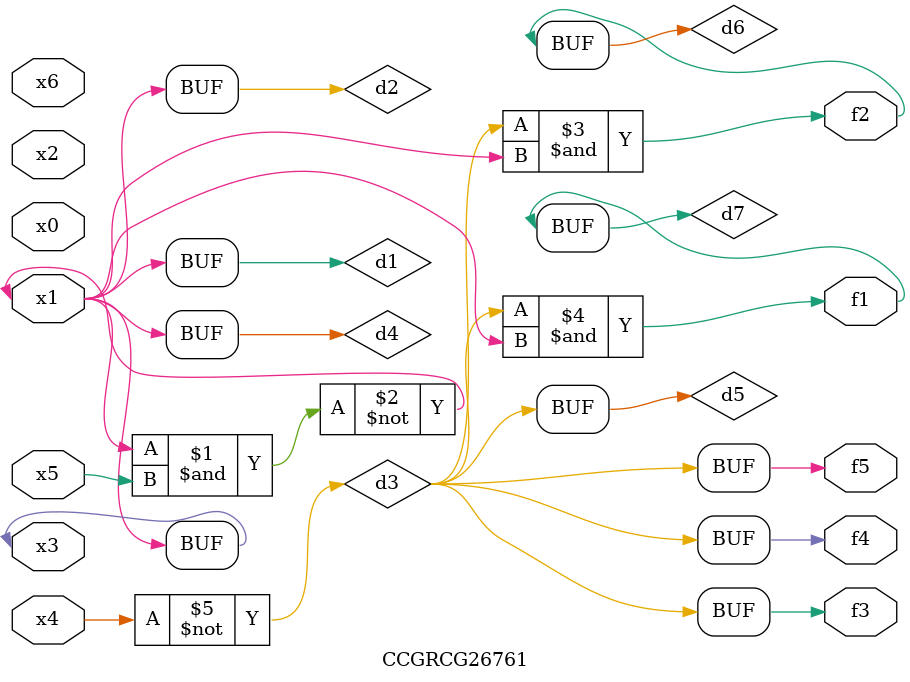
<source format=v>
module CCGRCG26761(
	input x0, x1, x2, x3, x4, x5, x6,
	output f1, f2, f3, f4, f5
);

	wire d1, d2, d3, d4, d5, d6, d7;

	buf (d1, x1, x3);
	nand (d2, x1, x5);
	not (d3, x4);
	buf (d4, d1, d2);
	buf (d5, d3);
	and (d6, d3, d4);
	and (d7, d3, d4);
	assign f1 = d7;
	assign f2 = d6;
	assign f3 = d5;
	assign f4 = d5;
	assign f5 = d5;
endmodule

</source>
